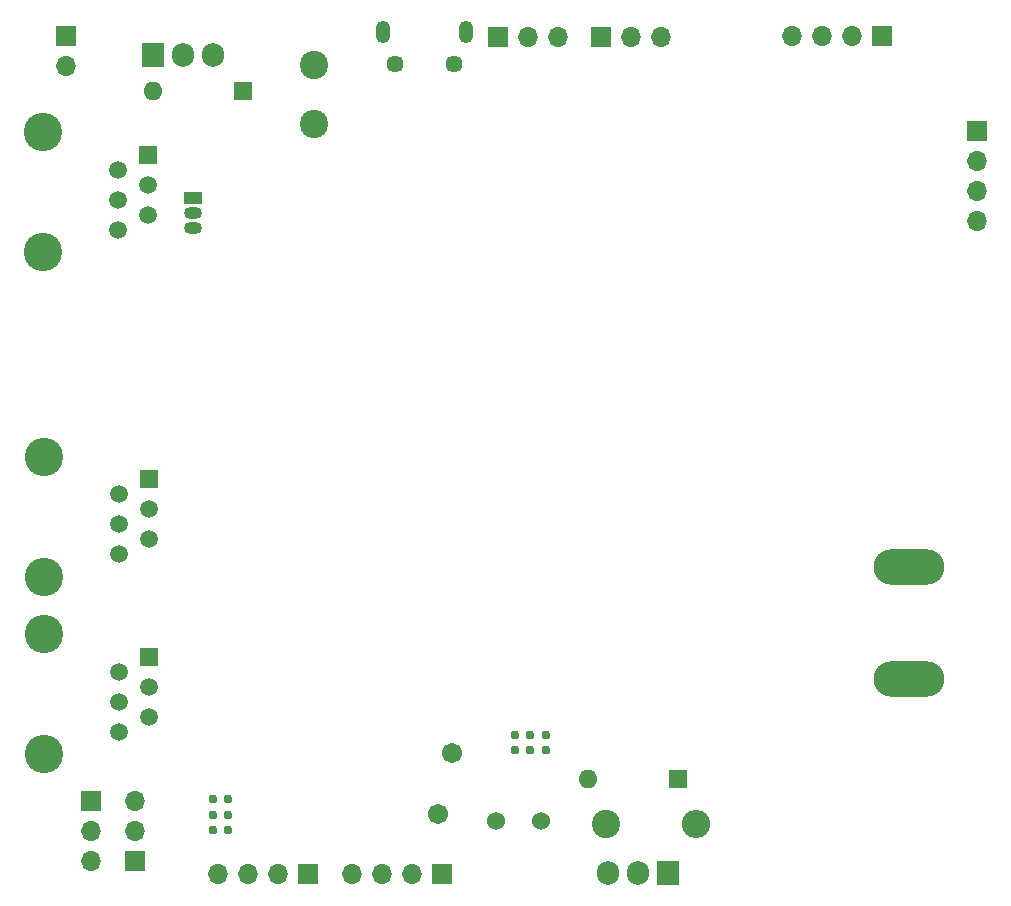
<source format=gbr>
%TF.GenerationSoftware,KiCad,Pcbnew,7.0.6*%
%TF.CreationDate,2023-08-20T15:31:47-04:00*%
%TF.ProjectId,Arch_Bridge,41726368-5f42-4726-9964-67652e6b6963,rev?*%
%TF.SameCoordinates,Original*%
%TF.FileFunction,Soldermask,Bot*%
%TF.FilePolarity,Negative*%
%FSLAX46Y46*%
G04 Gerber Fmt 4.6, Leading zero omitted, Abs format (unit mm)*
G04 Created by KiCad (PCBNEW 7.0.6) date 2023-08-20 15:31:47*
%MOMM*%
%LPD*%
G01*
G04 APERTURE LIST*
%ADD10R,1.700000X1.700000*%
%ADD11O,1.700000X1.700000*%
%ADD12O,1.200000X1.900000*%
%ADD13C,1.450000*%
%ADD14C,1.524000*%
%ADD15C,0.770000*%
%ADD16C,3.250000*%
%ADD17R,1.520000X1.520000*%
%ADD18C,1.520000*%
%ADD19C,2.400000*%
%ADD20O,2.400000X2.400000*%
%ADD21R,1.500000X1.050000*%
%ADD22O,1.500000X1.050000*%
%ADD23R,1.905000X2.000000*%
%ADD24O,1.905000X2.000000*%
%ADD25R,1.600000X1.600000*%
%ADD26O,1.600000X1.600000*%
%ADD27O,6.000000X3.000000*%
%ADD28C,1.710000*%
G04 APERTURE END LIST*
D10*
%TO.C,I2C_1*%
X66450000Y-21850000D03*
D11*
X68990000Y-21850000D03*
X71530000Y-21850000D03*
%TD*%
D10*
%TO.C,JP3*%
X31950000Y-86550000D03*
D11*
X31950000Y-89090000D03*
X31950000Y-91630000D03*
%TD*%
D12*
%TO.C,USB1*%
X63750000Y-21475000D03*
D13*
X62750000Y-24175000D03*
X57750000Y-24175000D03*
D12*
X56750000Y-21475000D03*
%TD*%
D14*
%TO.C,J1*%
X66300000Y-88250000D03*
X70100000Y-88250000D03*
%TD*%
D15*
%TO.C,U7*%
X43625000Y-89035000D03*
X43625000Y-87735000D03*
X43625000Y-86435000D03*
X42325000Y-89035000D03*
X42325000Y-87735000D03*
X42325000Y-86435000D03*
%TD*%
D16*
%TO.C,LOCONET_T1*%
X27950000Y-29920000D03*
X27950000Y-40080000D03*
D17*
X36840000Y-31830000D03*
D18*
X34300000Y-33100000D03*
X36840000Y-34370000D03*
X34300000Y-35640000D03*
X36840000Y-36910000D03*
X34300000Y-38180000D03*
%TD*%
D10*
%TO.C,JP2*%
X35750000Y-91630000D03*
D11*
X35750000Y-89090000D03*
X35750000Y-86550000D03*
%TD*%
D10*
%TO.C,J3*%
X107025000Y-29835000D03*
D11*
X107025000Y-32375000D03*
X107025000Y-34915000D03*
X107025000Y-37455000D03*
%TD*%
D10*
%TO.C,JP1*%
X29900000Y-21810000D03*
D11*
X29900000Y-24350000D03*
%TD*%
D19*
%TO.C,R14*%
X75555000Y-88545000D03*
D20*
X83175000Y-88545000D03*
%TD*%
D10*
%TO.C,TTY_1*%
X75150000Y-21850000D03*
D11*
X77690000Y-21850000D03*
X80230000Y-21850000D03*
%TD*%
D16*
%TO.C,LOCONET_B2*%
X28000000Y-57420000D03*
X28000000Y-67580000D03*
D17*
X36890000Y-59330000D03*
D18*
X34350000Y-60600000D03*
X36890000Y-61870000D03*
X34350000Y-63140000D03*
X36890000Y-64410000D03*
X34350000Y-65680000D03*
%TD*%
D10*
%TO.C,DCC_1*%
X50370000Y-92750000D03*
D11*
X47830000Y-92750000D03*
X45290000Y-92750000D03*
X42750000Y-92750000D03*
%TD*%
D21*
%TO.C,Q1*%
X40600000Y-35550000D03*
D22*
X40600000Y-36820000D03*
X40600000Y-38090000D03*
%TD*%
D23*
%TO.C,Q3*%
X80830000Y-92625000D03*
D24*
X78290000Y-92625000D03*
X75750000Y-92625000D03*
%TD*%
D15*
%TO.C,U13*%
X70475000Y-80975000D03*
X69175000Y-80975000D03*
X67875000Y-80975000D03*
X70475000Y-82275000D03*
X69175000Y-82275000D03*
X67875000Y-82275000D03*
%TD*%
D19*
%TO.C,R9*%
X50850000Y-29250000D03*
X50850000Y-24250000D03*
%TD*%
D25*
%TO.C,D5*%
X81710000Y-84695000D03*
D26*
X74090000Y-84695000D03*
%TD*%
D27*
%TO.C,V12*%
X101225000Y-76250000D03*
X101225000Y-66750000D03*
%TD*%
D10*
%TO.C,J4*%
X98990000Y-21775000D03*
D11*
X96450000Y-21775000D03*
X93910000Y-21775000D03*
X91370000Y-21775000D03*
%TD*%
D25*
%TO.C,D3*%
X44832500Y-26450000D03*
D26*
X37212500Y-26450000D03*
%TD*%
D16*
%TO.C,LOCONET_B1*%
X28000000Y-72420000D03*
X28000000Y-82580000D03*
D17*
X36890000Y-74330000D03*
D18*
X34350000Y-75600000D03*
X36890000Y-76870000D03*
X34350000Y-78140000D03*
X36890000Y-79410000D03*
X34350000Y-80680000D03*
%TD*%
D23*
%TO.C,Q2*%
X37210000Y-23395000D03*
D24*
X39750000Y-23395000D03*
X42290000Y-23395000D03*
%TD*%
D28*
%TO.C,F4*%
X61350000Y-87625000D03*
X62550000Y-82525000D03*
%TD*%
D10*
%TO.C,DCC_2*%
X61730000Y-92750000D03*
D11*
X59190000Y-92750000D03*
X56650000Y-92750000D03*
X54110000Y-92750000D03*
%TD*%
M02*

</source>
